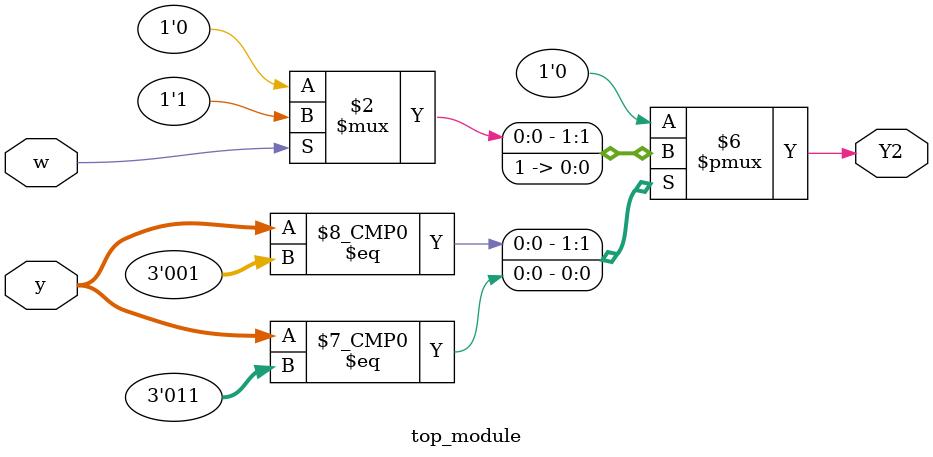
<source format=sv>
module top_module(
    input [3:1] y,
    input w,
    output reg Y2);

    // State encoding
    parameter A = 3'b000;
    parameter B = 3'b001;
    parameter C = 3'b010;
    parameter D = 3'b011;
    parameter E = 3'b100;
    parameter F = 3'b101;
    
    always @(*) begin
        case (y)
            A: Y2 = 1'b0; // A transitions do not affect y[2]
            B: Y2 = w ? 1'b1 : 1'b0;
            C: Y2 = 1'b0; // C transitions do not affect y[2]
            D: Y2 = 1'b1;
            E: Y2 = 1'b0; // E transitions keep y[2] as 0
            F: Y2 = 1'b0; // F transitions keep y[2] as 0
            default: Y2 = 1'b0; // Default case
        endcase
    end

endmodule

</source>
